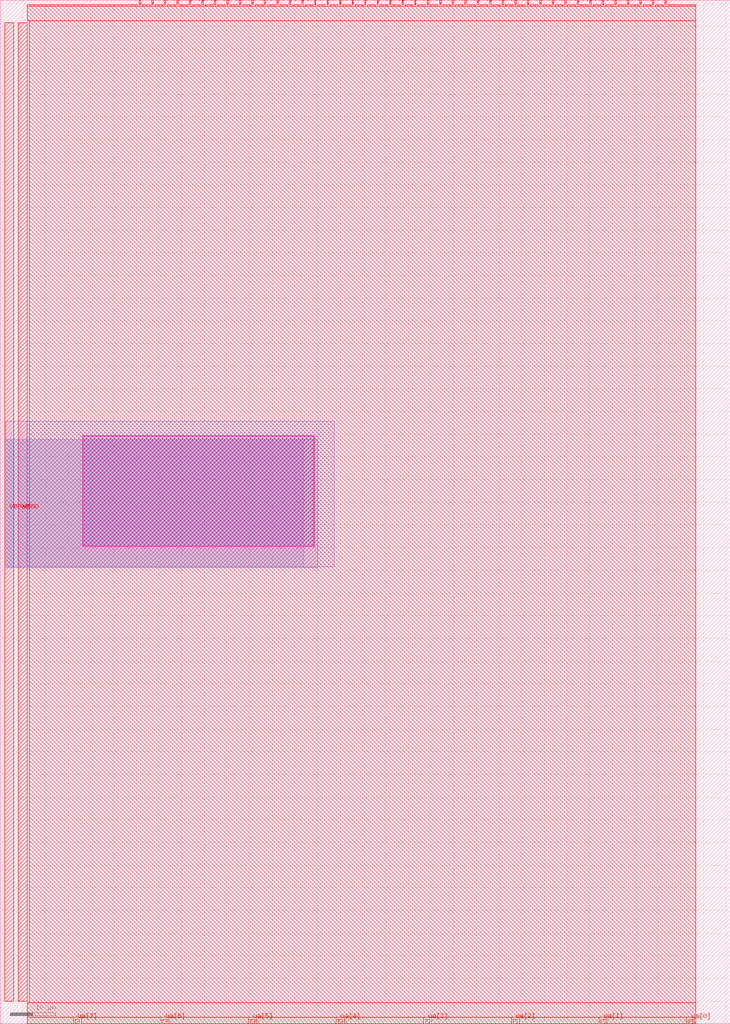
<source format=lef>
VERSION 5.7 ;
  NOWIREEXTENSIONATPIN ON ;
  DIVIDERCHAR "/" ;
  BUSBITCHARS "[]" ;
MACRO tt_um_DAC1
  CLASS BLOCK ;
  FOREIGN tt_um_DAC1 ;
  ORIGIN 0.000 0.000 ;
  SIZE 161.000 BY 225.760 ;
  PIN clk
    DIRECTION INPUT ;
    USE SIGNAL ;
    PORT
      LAYER met4 ;
        RECT 143.830 224.760 144.130 225.760 ;
    END
  END clk
  PIN ena
    DIRECTION INPUT ;
    USE SIGNAL ;
    PORT
      LAYER met4 ;
        RECT 146.590 224.760 146.890 225.760 ;
    END
  END ena
  PIN rst_n
    DIRECTION INPUT ;
    USE SIGNAL ;
    PORT
      LAYER met4 ;
        RECT 141.070 224.760 141.370 225.760 ;
    END
  END rst_n
  PIN ua[0]
    DIRECTION INOUT ;
    USE SIGNAL ;
    ANTENNADIFFAREA 4.760000 ;
    PORT
      LAYER met4 ;
        RECT 151.810 0.000 152.710 1.000 ;
    END
  END ua[0]
  PIN ua[1]
    DIRECTION INOUT ;
    USE SIGNAL ;
    PORT
      LAYER met4 ;
        RECT 132.490 0.000 133.390 1.000 ;
    END
  END ua[1]
  PIN ua[2]
    DIRECTION INOUT ;
    USE SIGNAL ;
    PORT
      LAYER met4 ;
        RECT 113.170 0.000 114.070 1.000 ;
    END
  END ua[2]
  PIN ua[3]
    DIRECTION INOUT ;
    USE SIGNAL ;
    PORT
      LAYER met4 ;
        RECT 93.850 0.000 94.750 1.000 ;
    END
  END ua[3]
  PIN ua[4]
    DIRECTION INOUT ;
    USE SIGNAL ;
    PORT
      LAYER met4 ;
        RECT 74.530 0.000 75.430 1.000 ;
    END
  END ua[4]
  PIN ua[5]
    DIRECTION INOUT ;
    USE SIGNAL ;
    PORT
      LAYER met4 ;
        RECT 55.210 0.000 56.110 1.000 ;
    END
  END ua[5]
  PIN ua[6]
    DIRECTION INOUT ;
    USE SIGNAL ;
    PORT
      LAYER met4 ;
        RECT 35.890 0.000 36.790 1.000 ;
    END
  END ua[6]
  PIN ua[7]
    DIRECTION INOUT ;
    USE SIGNAL ;
    PORT
      LAYER met4 ;
        RECT 16.570 0.000 17.470 1.000 ;
    END
  END ua[7]
  PIN ui_in[0]
    DIRECTION INPUT ;
    USE SIGNAL ;
    ANTENNAGATEAREA 1.080000 ;
    PORT
      LAYER met4 ;
        RECT 138.310 224.760 138.610 225.760 ;
    END
  END ui_in[0]
  PIN ui_in[1]
    DIRECTION INPUT ;
    USE SIGNAL ;
    ANTENNAGATEAREA 1.080000 ;
    PORT
      LAYER met4 ;
        RECT 135.550 224.760 135.850 225.760 ;
    END
  END ui_in[1]
  PIN ui_in[2]
    DIRECTION INPUT ;
    USE SIGNAL ;
    ANTENNAGATEAREA 1.080000 ;
    PORT
      LAYER met4 ;
        RECT 132.790 224.760 133.090 225.760 ;
    END
  END ui_in[2]
  PIN ui_in[3]
    DIRECTION INPUT ;
    USE SIGNAL ;
    ANTENNAGATEAREA 1.080000 ;
    PORT
      LAYER met4 ;
        RECT 130.030 224.760 130.330 225.760 ;
    END
  END ui_in[3]
  PIN ui_in[4]
    DIRECTION INPUT ;
    USE SIGNAL ;
    PORT
      LAYER met4 ;
        RECT 127.270 224.760 127.570 225.760 ;
    END
  END ui_in[4]
  PIN ui_in[5]
    DIRECTION INPUT ;
    USE SIGNAL ;
    PORT
      LAYER met4 ;
        RECT 124.510 224.760 124.810 225.760 ;
    END
  END ui_in[5]
  PIN ui_in[6]
    DIRECTION INPUT ;
    USE SIGNAL ;
    PORT
      LAYER met4 ;
        RECT 121.750 224.760 122.050 225.760 ;
    END
  END ui_in[6]
  PIN ui_in[7]
    DIRECTION INPUT ;
    USE SIGNAL ;
    PORT
      LAYER met4 ;
        RECT 118.990 224.760 119.290 225.760 ;
    END
  END ui_in[7]
  PIN uio_in[0]
    DIRECTION INPUT ;
    USE SIGNAL ;
    PORT
      LAYER met4 ;
        RECT 116.230 224.760 116.530 225.760 ;
    END
  END uio_in[0]
  PIN uio_in[1]
    DIRECTION INPUT ;
    USE SIGNAL ;
    PORT
      LAYER met4 ;
        RECT 113.470 224.760 113.770 225.760 ;
    END
  END uio_in[1]
  PIN uio_in[2]
    DIRECTION INPUT ;
    USE SIGNAL ;
    PORT
      LAYER met4 ;
        RECT 110.710 224.760 111.010 225.760 ;
    END
  END uio_in[2]
  PIN uio_in[3]
    DIRECTION INPUT ;
    USE SIGNAL ;
    PORT
      LAYER met4 ;
        RECT 107.950 224.760 108.250 225.760 ;
    END
  END uio_in[3]
  PIN uio_in[4]
    DIRECTION INPUT ;
    USE SIGNAL ;
    PORT
      LAYER met4 ;
        RECT 105.190 224.760 105.490 225.760 ;
    END
  END uio_in[4]
  PIN uio_in[5]
    DIRECTION INPUT ;
    USE SIGNAL ;
    PORT
      LAYER met4 ;
        RECT 102.430 224.760 102.730 225.760 ;
    END
  END uio_in[5]
  PIN uio_in[6]
    DIRECTION INPUT ;
    USE SIGNAL ;
    PORT
      LAYER met4 ;
        RECT 99.670 224.760 99.970 225.760 ;
    END
  END uio_in[6]
  PIN uio_in[7]
    DIRECTION INPUT ;
    USE SIGNAL ;
    PORT
      LAYER met4 ;
        RECT 96.910 224.760 97.210 225.760 ;
    END
  END uio_in[7]
  PIN uio_oe[0]
    DIRECTION OUTPUT ;
    USE SIGNAL ;
    ANTENNADIFFAREA 64.836502 ;
    PORT
      LAYER met4 ;
        RECT 49.990 224.760 50.290 225.760 ;
    END
  END uio_oe[0]
  PIN uio_oe[1]
    DIRECTION OUTPUT ;
    USE SIGNAL ;
    ANTENNADIFFAREA 64.836502 ;
    PORT
      LAYER met4 ;
        RECT 47.230 224.760 47.530 225.760 ;
    END
  END uio_oe[1]
  PIN uio_oe[2]
    DIRECTION OUTPUT ;
    USE SIGNAL ;
    ANTENNADIFFAREA 64.836502 ;
    PORT
      LAYER met4 ;
        RECT 44.470 224.760 44.770 225.760 ;
    END
  END uio_oe[2]
  PIN uio_oe[3]
    DIRECTION OUTPUT ;
    USE SIGNAL ;
    ANTENNADIFFAREA 64.836502 ;
    PORT
      LAYER met4 ;
        RECT 41.710 224.760 42.010 225.760 ;
    END
  END uio_oe[3]
  PIN uio_oe[4]
    DIRECTION OUTPUT ;
    USE SIGNAL ;
    ANTENNADIFFAREA 64.836502 ;
    PORT
      LAYER met4 ;
        RECT 38.950 224.760 39.250 225.760 ;
    END
  END uio_oe[4]
  PIN uio_oe[5]
    DIRECTION OUTPUT ;
    USE SIGNAL ;
    ANTENNADIFFAREA 64.836502 ;
    PORT
      LAYER met4 ;
        RECT 36.190 224.760 36.490 225.760 ;
    END
  END uio_oe[5]
  PIN uio_oe[6]
    DIRECTION OUTPUT ;
    USE SIGNAL ;
    ANTENNADIFFAREA 64.836502 ;
    PORT
      LAYER met4 ;
        RECT 33.430 224.760 33.730 225.760 ;
    END
  END uio_oe[6]
  PIN uio_oe[7]
    DIRECTION OUTPUT ;
    USE SIGNAL ;
    ANTENNADIFFAREA 64.836502 ;
    PORT
      LAYER met4 ;
        RECT 30.670 224.760 30.970 225.760 ;
    END
  END uio_oe[7]
  PIN uio_out[0]
    DIRECTION OUTPUT ;
    USE SIGNAL ;
    ANTENNADIFFAREA 64.836502 ;
    PORT
      LAYER met4 ;
        RECT 72.070 224.760 72.370 225.760 ;
    END
  END uio_out[0]
  PIN uio_out[1]
    DIRECTION OUTPUT ;
    USE SIGNAL ;
    ANTENNADIFFAREA 64.836502 ;
    PORT
      LAYER met4 ;
        RECT 69.310 224.760 69.610 225.760 ;
    END
  END uio_out[1]
  PIN uio_out[2]
    DIRECTION OUTPUT ;
    USE SIGNAL ;
    ANTENNADIFFAREA 64.836502 ;
    PORT
      LAYER met4 ;
        RECT 66.550 224.760 66.850 225.760 ;
    END
  END uio_out[2]
  PIN uio_out[3]
    DIRECTION OUTPUT ;
    USE SIGNAL ;
    ANTENNADIFFAREA 64.836502 ;
    PORT
      LAYER met4 ;
        RECT 63.790 224.760 64.090 225.760 ;
    END
  END uio_out[3]
  PIN uio_out[4]
    DIRECTION OUTPUT ;
    USE SIGNAL ;
    ANTENNADIFFAREA 64.836502 ;
    PORT
      LAYER met4 ;
        RECT 61.030 224.760 61.330 225.760 ;
    END
  END uio_out[4]
  PIN uio_out[5]
    DIRECTION OUTPUT ;
    USE SIGNAL ;
    ANTENNADIFFAREA 64.836502 ;
    PORT
      LAYER met4 ;
        RECT 58.270 224.760 58.570 225.760 ;
    END
  END uio_out[5]
  PIN uio_out[6]
    DIRECTION OUTPUT ;
    USE SIGNAL ;
    ANTENNADIFFAREA 64.836502 ;
    PORT
      LAYER met4 ;
        RECT 55.510 224.760 55.810 225.760 ;
    END
  END uio_out[6]
  PIN uio_out[7]
    DIRECTION OUTPUT ;
    USE SIGNAL ;
    ANTENNADIFFAREA 64.836502 ;
    PORT
      LAYER met4 ;
        RECT 52.750 224.760 53.050 225.760 ;
    END
  END uio_out[7]
  PIN uo_out[0]
    DIRECTION OUTPUT ;
    USE SIGNAL ;
    ANTENNADIFFAREA 64.836502 ;
    PORT
      LAYER met4 ;
        RECT 94.150 224.760 94.450 225.760 ;
    END
  END uo_out[0]
  PIN uo_out[1]
    DIRECTION OUTPUT ;
    USE SIGNAL ;
    ANTENNADIFFAREA 64.836502 ;
    PORT
      LAYER met4 ;
        RECT 91.390 224.760 91.690 225.760 ;
    END
  END uo_out[1]
  PIN uo_out[2]
    DIRECTION OUTPUT ;
    USE SIGNAL ;
    ANTENNADIFFAREA 64.836502 ;
    PORT
      LAYER met4 ;
        RECT 88.630 224.760 88.930 225.760 ;
    END
  END uo_out[2]
  PIN uo_out[3]
    DIRECTION OUTPUT ;
    USE SIGNAL ;
    ANTENNADIFFAREA 64.836502 ;
    PORT
      LAYER met4 ;
        RECT 85.870 224.760 86.170 225.760 ;
    END
  END uo_out[3]
  PIN uo_out[4]
    DIRECTION OUTPUT ;
    USE SIGNAL ;
    ANTENNADIFFAREA 64.836502 ;
    PORT
      LAYER met4 ;
        RECT 83.110 224.760 83.410 225.760 ;
    END
  END uo_out[4]
  PIN uo_out[5]
    DIRECTION OUTPUT ;
    USE SIGNAL ;
    ANTENNADIFFAREA 64.836502 ;
    PORT
      LAYER met4 ;
        RECT 80.350 224.760 80.650 225.760 ;
    END
  END uo_out[5]
  PIN uo_out[6]
    DIRECTION OUTPUT ;
    USE SIGNAL ;
    ANTENNADIFFAREA 64.836502 ;
    PORT
      LAYER met4 ;
        RECT 77.590 224.760 77.890 225.760 ;
    END
  END uo_out[6]
  PIN uo_out[7]
    DIRECTION OUTPUT ;
    USE SIGNAL ;
    ANTENNADIFFAREA 64.836502 ;
    PORT
      LAYER met4 ;
        RECT 74.830 224.760 75.130 225.760 ;
    END
  END uo_out[7]
  PIN VDPWR
    DIRECTION INOUT ;
    USE POWER ;
    PORT
      LAYER met4 ;
        RECT 1.000 5.000 3.000 220.760 ;
    END
  END VDPWR
  PIN VGND
    DIRECTION INOUT ;
    USE GROUND ;
    PORT
      LAYER met4 ;
        RECT 4.000 5.000 6.000 220.760 ;
    END
  END VGND
  OBS
      LAYER nwell ;
        RECT 18.190 105.360 69.300 129.720 ;
      LAYER li1 ;
        RECT 18.370 105.360 69.120 129.540 ;
      LAYER met1 ;
        RECT 1.170 100.840 73.635 132.900 ;
      LAYER met2 ;
        RECT 1.220 100.540 70.040 128.930 ;
      LAYER met3 ;
        RECT 1.170 100.565 66.910 128.905 ;
      LAYER met4 ;
        RECT 6.000 224.360 30.270 224.760 ;
        RECT 31.370 224.360 33.030 224.760 ;
        RECT 34.130 224.360 35.790 224.760 ;
        RECT 36.890 224.360 38.550 224.760 ;
        RECT 39.650 224.360 41.310 224.760 ;
        RECT 42.410 224.360 44.070 224.760 ;
        RECT 45.170 224.360 46.830 224.760 ;
        RECT 47.930 224.360 49.590 224.760 ;
        RECT 50.690 224.360 52.350 224.760 ;
        RECT 53.450 224.360 55.110 224.760 ;
        RECT 56.210 224.360 57.870 224.760 ;
        RECT 58.970 224.360 60.630 224.760 ;
        RECT 61.730 224.360 63.390 224.760 ;
        RECT 64.490 224.360 66.150 224.760 ;
        RECT 67.250 224.360 68.910 224.760 ;
        RECT 70.010 224.360 71.670 224.760 ;
        RECT 72.770 224.360 74.430 224.760 ;
        RECT 75.530 224.360 77.190 224.760 ;
        RECT 78.290 224.360 79.950 224.760 ;
        RECT 81.050 224.360 82.710 224.760 ;
        RECT 83.810 224.360 85.470 224.760 ;
        RECT 86.570 224.360 88.230 224.760 ;
        RECT 89.330 224.360 90.990 224.760 ;
        RECT 92.090 224.360 93.750 224.760 ;
        RECT 94.850 224.360 96.510 224.760 ;
        RECT 97.610 224.360 99.270 224.760 ;
        RECT 100.370 224.360 102.030 224.760 ;
        RECT 103.130 224.360 104.790 224.760 ;
        RECT 105.890 224.360 107.550 224.760 ;
        RECT 108.650 224.360 110.310 224.760 ;
        RECT 111.410 224.360 113.070 224.760 ;
        RECT 114.170 224.360 115.830 224.760 ;
        RECT 116.930 224.360 118.590 224.760 ;
        RECT 119.690 224.360 121.350 224.760 ;
        RECT 122.450 224.360 124.110 224.760 ;
        RECT 125.210 224.360 126.870 224.760 ;
        RECT 127.970 224.360 129.630 224.760 ;
        RECT 130.730 224.360 132.390 224.760 ;
        RECT 133.490 224.360 135.150 224.760 ;
        RECT 136.250 224.360 137.910 224.760 ;
        RECT 139.010 224.360 140.670 224.760 ;
        RECT 141.770 224.360 143.430 224.760 ;
        RECT 144.530 224.360 146.190 224.760 ;
        RECT 147.290 224.360 153.410 224.760 ;
        RECT 6.000 221.160 153.410 224.360 ;
        RECT 6.400 4.600 153.410 221.160 ;
        RECT 6.000 1.400 153.410 4.600 ;
        RECT 6.000 0.000 16.170 1.400 ;
        RECT 17.870 0.000 35.490 1.400 ;
        RECT 37.190 0.000 54.810 1.400 ;
        RECT 56.510 0.000 74.130 1.400 ;
        RECT 75.830 0.000 93.450 1.400 ;
        RECT 95.150 0.000 112.770 1.400 ;
        RECT 114.470 0.000 132.090 1.400 ;
        RECT 133.790 0.000 151.410 1.400 ;
        RECT 153.110 0.000 153.410 1.400 ;
  END
END tt_um_DAC1
END LIBRARY


</source>
